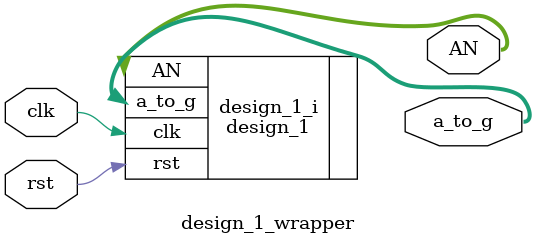
<source format=v>
`timescale 1 ps / 1 ps

module design_1_wrapper
   (AN,
    a_to_g,
    clk,
    rst);
  output [6:0]AN;
  output [6:0]a_to_g;
  input clk;
  input rst;

  wire [6:0]AN;
  wire [6:0]a_to_g;
  wire clk;
  wire rst;

  design_1 design_1_i
       (.AN(AN),
        .a_to_g(a_to_g),
        .clk(clk),
        .rst(rst));
endmodule

</source>
